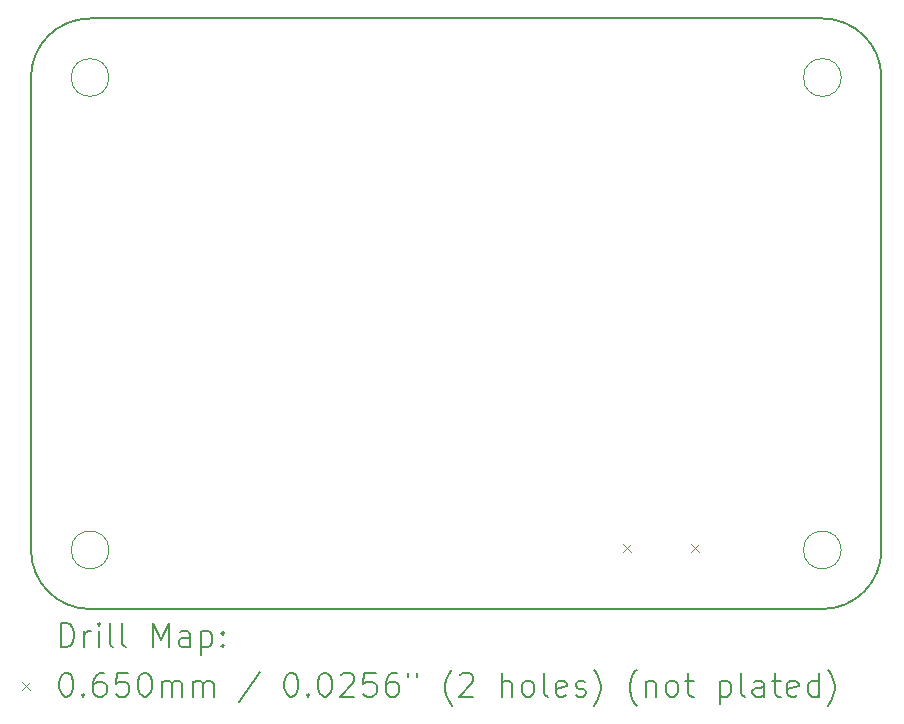
<source format=gbr>
%TF.GenerationSoftware,KiCad,Pcbnew,8.0.2*%
%TF.CreationDate,2024-05-03T17:37:03+02:00*%
%TF.ProjectId,WLED_Controller_PWM,574c4544-5f43-46f6-9e74-726f6c6c6572,rev?*%
%TF.SameCoordinates,Original*%
%TF.FileFunction,Drillmap*%
%TF.FilePolarity,Positive*%
%FSLAX45Y45*%
G04 Gerber Fmt 4.5, Leading zero omitted, Abs format (unit mm)*
G04 Created by KiCad (PCBNEW 8.0.2) date 2024-05-03 17:37:03*
%MOMM*%
%LPD*%
G01*
G04 APERTURE LIST*
%ADD10C,0.200000*%
%ADD11C,0.100000*%
G04 APERTURE END LIST*
D10*
X7200000Y500000D02*
X7200000Y4500000D01*
D11*
X6860000Y500000D02*
G75*
G02*
X6540000Y500000I-160000J0D01*
G01*
X6540000Y500000D02*
G75*
G02*
X6860000Y500000I160000J0D01*
G01*
X660000Y500000D02*
G75*
G02*
X340000Y500000I-160000J0D01*
G01*
X340000Y500000D02*
G75*
G02*
X660000Y500000I160000J0D01*
G01*
D10*
X6700000Y5000000D02*
X500000Y5000000D01*
D11*
X6860000Y4500000D02*
G75*
G02*
X6540000Y4500000I-160000J0D01*
G01*
X6540000Y4500000D02*
G75*
G02*
X6860000Y4500000I160000J0D01*
G01*
D10*
X7200000Y500000D02*
G75*
G02*
X6700000Y0I-500000J0D01*
G01*
X0Y4500000D02*
G75*
G02*
X500000Y5000000I500000J0D01*
G01*
X0Y4500000D02*
X0Y500000D01*
X500000Y0D02*
X6700000Y0D01*
X6700000Y5000000D02*
G75*
G02*
X7200000Y4500000I0J-500000D01*
G01*
D11*
X660000Y4500000D02*
G75*
G02*
X340000Y4500000I-160000J0D01*
G01*
X340000Y4500000D02*
G75*
G02*
X660000Y4500000I160000J0D01*
G01*
D10*
X500000Y0D02*
G75*
G02*
X0Y500000I0J500000D01*
G01*
D11*
X5012500Y547000D02*
X5077500Y482000D01*
X5077500Y547000D02*
X5012500Y482000D01*
X5590500Y547000D02*
X5655500Y482000D01*
X5655500Y547000D02*
X5590500Y482000D01*
D10*
X250777Y-321484D02*
X250777Y-121484D01*
X250777Y-121484D02*
X298396Y-121484D01*
X298396Y-121484D02*
X326967Y-131008D01*
X326967Y-131008D02*
X346015Y-150055D01*
X346015Y-150055D02*
X355539Y-169103D01*
X355539Y-169103D02*
X365062Y-207198D01*
X365062Y-207198D02*
X365062Y-235769D01*
X365062Y-235769D02*
X355539Y-273865D01*
X355539Y-273865D02*
X346015Y-292912D01*
X346015Y-292912D02*
X326967Y-311960D01*
X326967Y-311960D02*
X298396Y-321484D01*
X298396Y-321484D02*
X250777Y-321484D01*
X450777Y-321484D02*
X450777Y-188150D01*
X450777Y-226246D02*
X460301Y-207198D01*
X460301Y-207198D02*
X469824Y-197674D01*
X469824Y-197674D02*
X488872Y-188150D01*
X488872Y-188150D02*
X507920Y-188150D01*
X574586Y-321484D02*
X574586Y-188150D01*
X574586Y-121484D02*
X565063Y-131008D01*
X565063Y-131008D02*
X574586Y-140531D01*
X574586Y-140531D02*
X584110Y-131008D01*
X584110Y-131008D02*
X574586Y-121484D01*
X574586Y-121484D02*
X574586Y-140531D01*
X698396Y-321484D02*
X679348Y-311960D01*
X679348Y-311960D02*
X669824Y-292912D01*
X669824Y-292912D02*
X669824Y-121484D01*
X803158Y-321484D02*
X784110Y-311960D01*
X784110Y-311960D02*
X774586Y-292912D01*
X774586Y-292912D02*
X774586Y-121484D01*
X1031729Y-321484D02*
X1031729Y-121484D01*
X1031729Y-121484D02*
X1098396Y-264341D01*
X1098396Y-264341D02*
X1165063Y-121484D01*
X1165063Y-121484D02*
X1165063Y-321484D01*
X1346015Y-321484D02*
X1346015Y-216722D01*
X1346015Y-216722D02*
X1336491Y-197674D01*
X1336491Y-197674D02*
X1317444Y-188150D01*
X1317444Y-188150D02*
X1279348Y-188150D01*
X1279348Y-188150D02*
X1260301Y-197674D01*
X1346015Y-311960D02*
X1326967Y-321484D01*
X1326967Y-321484D02*
X1279348Y-321484D01*
X1279348Y-321484D02*
X1260301Y-311960D01*
X1260301Y-311960D02*
X1250777Y-292912D01*
X1250777Y-292912D02*
X1250777Y-273865D01*
X1250777Y-273865D02*
X1260301Y-254817D01*
X1260301Y-254817D02*
X1279348Y-245293D01*
X1279348Y-245293D02*
X1326967Y-245293D01*
X1326967Y-245293D02*
X1346015Y-235769D01*
X1441253Y-188150D02*
X1441253Y-388150D01*
X1441253Y-197674D02*
X1460301Y-188150D01*
X1460301Y-188150D02*
X1498396Y-188150D01*
X1498396Y-188150D02*
X1517443Y-197674D01*
X1517443Y-197674D02*
X1526967Y-207198D01*
X1526967Y-207198D02*
X1536491Y-226246D01*
X1536491Y-226246D02*
X1536491Y-283389D01*
X1536491Y-283389D02*
X1526967Y-302436D01*
X1526967Y-302436D02*
X1517443Y-311960D01*
X1517443Y-311960D02*
X1498396Y-321484D01*
X1498396Y-321484D02*
X1460301Y-321484D01*
X1460301Y-321484D02*
X1441253Y-311960D01*
X1622205Y-302436D02*
X1631729Y-311960D01*
X1631729Y-311960D02*
X1622205Y-321484D01*
X1622205Y-321484D02*
X1612682Y-311960D01*
X1612682Y-311960D02*
X1622205Y-302436D01*
X1622205Y-302436D02*
X1622205Y-321484D01*
X1622205Y-197674D02*
X1631729Y-207198D01*
X1631729Y-207198D02*
X1622205Y-216722D01*
X1622205Y-216722D02*
X1612682Y-207198D01*
X1612682Y-207198D02*
X1622205Y-197674D01*
X1622205Y-197674D02*
X1622205Y-216722D01*
D11*
X-75000Y-617500D02*
X-10000Y-682500D01*
X-10000Y-617500D02*
X-75000Y-682500D01*
D10*
X288872Y-541484D02*
X307920Y-541484D01*
X307920Y-541484D02*
X326967Y-551008D01*
X326967Y-551008D02*
X336491Y-560531D01*
X336491Y-560531D02*
X346015Y-579579D01*
X346015Y-579579D02*
X355539Y-617674D01*
X355539Y-617674D02*
X355539Y-665293D01*
X355539Y-665293D02*
X346015Y-703388D01*
X346015Y-703388D02*
X336491Y-722436D01*
X336491Y-722436D02*
X326967Y-731960D01*
X326967Y-731960D02*
X307920Y-741484D01*
X307920Y-741484D02*
X288872Y-741484D01*
X288872Y-741484D02*
X269824Y-731960D01*
X269824Y-731960D02*
X260301Y-722436D01*
X260301Y-722436D02*
X250777Y-703388D01*
X250777Y-703388D02*
X241253Y-665293D01*
X241253Y-665293D02*
X241253Y-617674D01*
X241253Y-617674D02*
X250777Y-579579D01*
X250777Y-579579D02*
X260301Y-560531D01*
X260301Y-560531D02*
X269824Y-551008D01*
X269824Y-551008D02*
X288872Y-541484D01*
X441253Y-722436D02*
X450777Y-731960D01*
X450777Y-731960D02*
X441253Y-741484D01*
X441253Y-741484D02*
X431729Y-731960D01*
X431729Y-731960D02*
X441253Y-722436D01*
X441253Y-722436D02*
X441253Y-741484D01*
X622205Y-541484D02*
X584110Y-541484D01*
X584110Y-541484D02*
X565063Y-551008D01*
X565063Y-551008D02*
X555539Y-560531D01*
X555539Y-560531D02*
X536491Y-589103D01*
X536491Y-589103D02*
X526967Y-627198D01*
X526967Y-627198D02*
X526967Y-703388D01*
X526967Y-703388D02*
X536491Y-722436D01*
X536491Y-722436D02*
X546015Y-731960D01*
X546015Y-731960D02*
X565063Y-741484D01*
X565063Y-741484D02*
X603158Y-741484D01*
X603158Y-741484D02*
X622205Y-731960D01*
X622205Y-731960D02*
X631729Y-722436D01*
X631729Y-722436D02*
X641253Y-703388D01*
X641253Y-703388D02*
X641253Y-655770D01*
X641253Y-655770D02*
X631729Y-636722D01*
X631729Y-636722D02*
X622205Y-627198D01*
X622205Y-627198D02*
X603158Y-617674D01*
X603158Y-617674D02*
X565063Y-617674D01*
X565063Y-617674D02*
X546015Y-627198D01*
X546015Y-627198D02*
X536491Y-636722D01*
X536491Y-636722D02*
X526967Y-655770D01*
X822205Y-541484D02*
X726967Y-541484D01*
X726967Y-541484D02*
X717443Y-636722D01*
X717443Y-636722D02*
X726967Y-627198D01*
X726967Y-627198D02*
X746015Y-617674D01*
X746015Y-617674D02*
X793634Y-617674D01*
X793634Y-617674D02*
X812682Y-627198D01*
X812682Y-627198D02*
X822205Y-636722D01*
X822205Y-636722D02*
X831729Y-655770D01*
X831729Y-655770D02*
X831729Y-703388D01*
X831729Y-703388D02*
X822205Y-722436D01*
X822205Y-722436D02*
X812682Y-731960D01*
X812682Y-731960D02*
X793634Y-741484D01*
X793634Y-741484D02*
X746015Y-741484D01*
X746015Y-741484D02*
X726967Y-731960D01*
X726967Y-731960D02*
X717443Y-722436D01*
X955539Y-541484D02*
X974586Y-541484D01*
X974586Y-541484D02*
X993634Y-551008D01*
X993634Y-551008D02*
X1003158Y-560531D01*
X1003158Y-560531D02*
X1012682Y-579579D01*
X1012682Y-579579D02*
X1022205Y-617674D01*
X1022205Y-617674D02*
X1022205Y-665293D01*
X1022205Y-665293D02*
X1012682Y-703388D01*
X1012682Y-703388D02*
X1003158Y-722436D01*
X1003158Y-722436D02*
X993634Y-731960D01*
X993634Y-731960D02*
X974586Y-741484D01*
X974586Y-741484D02*
X955539Y-741484D01*
X955539Y-741484D02*
X936491Y-731960D01*
X936491Y-731960D02*
X926967Y-722436D01*
X926967Y-722436D02*
X917443Y-703388D01*
X917443Y-703388D02*
X907920Y-665293D01*
X907920Y-665293D02*
X907920Y-617674D01*
X907920Y-617674D02*
X917443Y-579579D01*
X917443Y-579579D02*
X926967Y-560531D01*
X926967Y-560531D02*
X936491Y-551008D01*
X936491Y-551008D02*
X955539Y-541484D01*
X1107920Y-741484D02*
X1107920Y-608150D01*
X1107920Y-627198D02*
X1117444Y-617674D01*
X1117444Y-617674D02*
X1136491Y-608150D01*
X1136491Y-608150D02*
X1165063Y-608150D01*
X1165063Y-608150D02*
X1184110Y-617674D01*
X1184110Y-617674D02*
X1193634Y-636722D01*
X1193634Y-636722D02*
X1193634Y-741484D01*
X1193634Y-636722D02*
X1203158Y-617674D01*
X1203158Y-617674D02*
X1222205Y-608150D01*
X1222205Y-608150D02*
X1250777Y-608150D01*
X1250777Y-608150D02*
X1269825Y-617674D01*
X1269825Y-617674D02*
X1279348Y-636722D01*
X1279348Y-636722D02*
X1279348Y-741484D01*
X1374586Y-741484D02*
X1374586Y-608150D01*
X1374586Y-627198D02*
X1384110Y-617674D01*
X1384110Y-617674D02*
X1403158Y-608150D01*
X1403158Y-608150D02*
X1431729Y-608150D01*
X1431729Y-608150D02*
X1450777Y-617674D01*
X1450777Y-617674D02*
X1460301Y-636722D01*
X1460301Y-636722D02*
X1460301Y-741484D01*
X1460301Y-636722D02*
X1469824Y-617674D01*
X1469824Y-617674D02*
X1488872Y-608150D01*
X1488872Y-608150D02*
X1517443Y-608150D01*
X1517443Y-608150D02*
X1536491Y-617674D01*
X1536491Y-617674D02*
X1546015Y-636722D01*
X1546015Y-636722D02*
X1546015Y-741484D01*
X1936491Y-531960D02*
X1765063Y-789103D01*
X2193634Y-541484D02*
X2212682Y-541484D01*
X2212682Y-541484D02*
X2231729Y-551008D01*
X2231729Y-551008D02*
X2241253Y-560531D01*
X2241253Y-560531D02*
X2250777Y-579579D01*
X2250777Y-579579D02*
X2260301Y-617674D01*
X2260301Y-617674D02*
X2260301Y-665293D01*
X2260301Y-665293D02*
X2250777Y-703388D01*
X2250777Y-703388D02*
X2241253Y-722436D01*
X2241253Y-722436D02*
X2231729Y-731960D01*
X2231729Y-731960D02*
X2212682Y-741484D01*
X2212682Y-741484D02*
X2193634Y-741484D01*
X2193634Y-741484D02*
X2174587Y-731960D01*
X2174587Y-731960D02*
X2165063Y-722436D01*
X2165063Y-722436D02*
X2155539Y-703388D01*
X2155539Y-703388D02*
X2146015Y-665293D01*
X2146015Y-665293D02*
X2146015Y-617674D01*
X2146015Y-617674D02*
X2155539Y-579579D01*
X2155539Y-579579D02*
X2165063Y-560531D01*
X2165063Y-560531D02*
X2174587Y-551008D01*
X2174587Y-551008D02*
X2193634Y-541484D01*
X2346015Y-722436D02*
X2355539Y-731960D01*
X2355539Y-731960D02*
X2346015Y-741484D01*
X2346015Y-741484D02*
X2336491Y-731960D01*
X2336491Y-731960D02*
X2346015Y-722436D01*
X2346015Y-722436D02*
X2346015Y-741484D01*
X2479348Y-541484D02*
X2498396Y-541484D01*
X2498396Y-541484D02*
X2517444Y-551008D01*
X2517444Y-551008D02*
X2526968Y-560531D01*
X2526968Y-560531D02*
X2536491Y-579579D01*
X2536491Y-579579D02*
X2546015Y-617674D01*
X2546015Y-617674D02*
X2546015Y-665293D01*
X2546015Y-665293D02*
X2536491Y-703388D01*
X2536491Y-703388D02*
X2526968Y-722436D01*
X2526968Y-722436D02*
X2517444Y-731960D01*
X2517444Y-731960D02*
X2498396Y-741484D01*
X2498396Y-741484D02*
X2479348Y-741484D01*
X2479348Y-741484D02*
X2460301Y-731960D01*
X2460301Y-731960D02*
X2450777Y-722436D01*
X2450777Y-722436D02*
X2441253Y-703388D01*
X2441253Y-703388D02*
X2431729Y-665293D01*
X2431729Y-665293D02*
X2431729Y-617674D01*
X2431729Y-617674D02*
X2441253Y-579579D01*
X2441253Y-579579D02*
X2450777Y-560531D01*
X2450777Y-560531D02*
X2460301Y-551008D01*
X2460301Y-551008D02*
X2479348Y-541484D01*
X2622206Y-560531D02*
X2631729Y-551008D01*
X2631729Y-551008D02*
X2650777Y-541484D01*
X2650777Y-541484D02*
X2698396Y-541484D01*
X2698396Y-541484D02*
X2717444Y-551008D01*
X2717444Y-551008D02*
X2726968Y-560531D01*
X2726968Y-560531D02*
X2736491Y-579579D01*
X2736491Y-579579D02*
X2736491Y-598627D01*
X2736491Y-598627D02*
X2726968Y-627198D01*
X2726968Y-627198D02*
X2612682Y-741484D01*
X2612682Y-741484D02*
X2736491Y-741484D01*
X2917444Y-541484D02*
X2822206Y-541484D01*
X2822206Y-541484D02*
X2812682Y-636722D01*
X2812682Y-636722D02*
X2822206Y-627198D01*
X2822206Y-627198D02*
X2841253Y-617674D01*
X2841253Y-617674D02*
X2888872Y-617674D01*
X2888872Y-617674D02*
X2907920Y-627198D01*
X2907920Y-627198D02*
X2917444Y-636722D01*
X2917444Y-636722D02*
X2926967Y-655770D01*
X2926967Y-655770D02*
X2926967Y-703388D01*
X2926967Y-703388D02*
X2917444Y-722436D01*
X2917444Y-722436D02*
X2907920Y-731960D01*
X2907920Y-731960D02*
X2888872Y-741484D01*
X2888872Y-741484D02*
X2841253Y-741484D01*
X2841253Y-741484D02*
X2822206Y-731960D01*
X2822206Y-731960D02*
X2812682Y-722436D01*
X3098396Y-541484D02*
X3060301Y-541484D01*
X3060301Y-541484D02*
X3041253Y-551008D01*
X3041253Y-551008D02*
X3031729Y-560531D01*
X3031729Y-560531D02*
X3012682Y-589103D01*
X3012682Y-589103D02*
X3003158Y-627198D01*
X3003158Y-627198D02*
X3003158Y-703388D01*
X3003158Y-703388D02*
X3012682Y-722436D01*
X3012682Y-722436D02*
X3022206Y-731960D01*
X3022206Y-731960D02*
X3041253Y-741484D01*
X3041253Y-741484D02*
X3079348Y-741484D01*
X3079348Y-741484D02*
X3098396Y-731960D01*
X3098396Y-731960D02*
X3107920Y-722436D01*
X3107920Y-722436D02*
X3117444Y-703388D01*
X3117444Y-703388D02*
X3117444Y-655770D01*
X3117444Y-655770D02*
X3107920Y-636722D01*
X3107920Y-636722D02*
X3098396Y-627198D01*
X3098396Y-627198D02*
X3079348Y-617674D01*
X3079348Y-617674D02*
X3041253Y-617674D01*
X3041253Y-617674D02*
X3022206Y-627198D01*
X3022206Y-627198D02*
X3012682Y-636722D01*
X3012682Y-636722D02*
X3003158Y-655770D01*
X3193634Y-541484D02*
X3193634Y-579579D01*
X3269825Y-541484D02*
X3269825Y-579579D01*
X3565063Y-817674D02*
X3555539Y-808150D01*
X3555539Y-808150D02*
X3536491Y-779579D01*
X3536491Y-779579D02*
X3526968Y-760531D01*
X3526968Y-760531D02*
X3517444Y-731960D01*
X3517444Y-731960D02*
X3507920Y-684341D01*
X3507920Y-684341D02*
X3507920Y-646246D01*
X3507920Y-646246D02*
X3517444Y-598627D01*
X3517444Y-598627D02*
X3526968Y-570055D01*
X3526968Y-570055D02*
X3536491Y-551008D01*
X3536491Y-551008D02*
X3555539Y-522436D01*
X3555539Y-522436D02*
X3565063Y-512912D01*
X3631729Y-560531D02*
X3641253Y-551008D01*
X3641253Y-551008D02*
X3660301Y-541484D01*
X3660301Y-541484D02*
X3707920Y-541484D01*
X3707920Y-541484D02*
X3726968Y-551008D01*
X3726968Y-551008D02*
X3736491Y-560531D01*
X3736491Y-560531D02*
X3746015Y-579579D01*
X3746015Y-579579D02*
X3746015Y-598627D01*
X3746015Y-598627D02*
X3736491Y-627198D01*
X3736491Y-627198D02*
X3622206Y-741484D01*
X3622206Y-741484D02*
X3746015Y-741484D01*
X3984110Y-741484D02*
X3984110Y-541484D01*
X4069825Y-741484D02*
X4069825Y-636722D01*
X4069825Y-636722D02*
X4060301Y-617674D01*
X4060301Y-617674D02*
X4041253Y-608150D01*
X4041253Y-608150D02*
X4012682Y-608150D01*
X4012682Y-608150D02*
X3993634Y-617674D01*
X3993634Y-617674D02*
X3984110Y-627198D01*
X4193634Y-741484D02*
X4174587Y-731960D01*
X4174587Y-731960D02*
X4165063Y-722436D01*
X4165063Y-722436D02*
X4155539Y-703388D01*
X4155539Y-703388D02*
X4155539Y-646246D01*
X4155539Y-646246D02*
X4165063Y-627198D01*
X4165063Y-627198D02*
X4174587Y-617674D01*
X4174587Y-617674D02*
X4193634Y-608150D01*
X4193634Y-608150D02*
X4222206Y-608150D01*
X4222206Y-608150D02*
X4241253Y-617674D01*
X4241253Y-617674D02*
X4250777Y-627198D01*
X4250777Y-627198D02*
X4260301Y-646246D01*
X4260301Y-646246D02*
X4260301Y-703388D01*
X4260301Y-703388D02*
X4250777Y-722436D01*
X4250777Y-722436D02*
X4241253Y-731960D01*
X4241253Y-731960D02*
X4222206Y-741484D01*
X4222206Y-741484D02*
X4193634Y-741484D01*
X4374587Y-741484D02*
X4355539Y-731960D01*
X4355539Y-731960D02*
X4346015Y-712912D01*
X4346015Y-712912D02*
X4346015Y-541484D01*
X4526968Y-731960D02*
X4507920Y-741484D01*
X4507920Y-741484D02*
X4469825Y-741484D01*
X4469825Y-741484D02*
X4450777Y-731960D01*
X4450777Y-731960D02*
X4441253Y-712912D01*
X4441253Y-712912D02*
X4441253Y-636722D01*
X4441253Y-636722D02*
X4450777Y-617674D01*
X4450777Y-617674D02*
X4469825Y-608150D01*
X4469825Y-608150D02*
X4507920Y-608150D01*
X4507920Y-608150D02*
X4526968Y-617674D01*
X4526968Y-617674D02*
X4536492Y-636722D01*
X4536492Y-636722D02*
X4536492Y-655770D01*
X4536492Y-655770D02*
X4441253Y-674817D01*
X4612682Y-731960D02*
X4631730Y-741484D01*
X4631730Y-741484D02*
X4669825Y-741484D01*
X4669825Y-741484D02*
X4688873Y-731960D01*
X4688873Y-731960D02*
X4698396Y-712912D01*
X4698396Y-712912D02*
X4698396Y-703388D01*
X4698396Y-703388D02*
X4688873Y-684341D01*
X4688873Y-684341D02*
X4669825Y-674817D01*
X4669825Y-674817D02*
X4641253Y-674817D01*
X4641253Y-674817D02*
X4622206Y-665293D01*
X4622206Y-665293D02*
X4612682Y-646246D01*
X4612682Y-646246D02*
X4612682Y-636722D01*
X4612682Y-636722D02*
X4622206Y-617674D01*
X4622206Y-617674D02*
X4641253Y-608150D01*
X4641253Y-608150D02*
X4669825Y-608150D01*
X4669825Y-608150D02*
X4688873Y-617674D01*
X4765063Y-817674D02*
X4774587Y-808150D01*
X4774587Y-808150D02*
X4793634Y-779579D01*
X4793634Y-779579D02*
X4803158Y-760531D01*
X4803158Y-760531D02*
X4812682Y-731960D01*
X4812682Y-731960D02*
X4822206Y-684341D01*
X4822206Y-684341D02*
X4822206Y-646246D01*
X4822206Y-646246D02*
X4812682Y-598627D01*
X4812682Y-598627D02*
X4803158Y-570055D01*
X4803158Y-570055D02*
X4793634Y-551008D01*
X4793634Y-551008D02*
X4774587Y-522436D01*
X4774587Y-522436D02*
X4765063Y-512912D01*
X5126968Y-817674D02*
X5117444Y-808150D01*
X5117444Y-808150D02*
X5098396Y-779579D01*
X5098396Y-779579D02*
X5088873Y-760531D01*
X5088873Y-760531D02*
X5079349Y-731960D01*
X5079349Y-731960D02*
X5069825Y-684341D01*
X5069825Y-684341D02*
X5069825Y-646246D01*
X5069825Y-646246D02*
X5079349Y-598627D01*
X5079349Y-598627D02*
X5088873Y-570055D01*
X5088873Y-570055D02*
X5098396Y-551008D01*
X5098396Y-551008D02*
X5117444Y-522436D01*
X5117444Y-522436D02*
X5126968Y-512912D01*
X5203158Y-608150D02*
X5203158Y-741484D01*
X5203158Y-627198D02*
X5212682Y-617674D01*
X5212682Y-617674D02*
X5231730Y-608150D01*
X5231730Y-608150D02*
X5260301Y-608150D01*
X5260301Y-608150D02*
X5279349Y-617674D01*
X5279349Y-617674D02*
X5288873Y-636722D01*
X5288873Y-636722D02*
X5288873Y-741484D01*
X5412682Y-741484D02*
X5393634Y-731960D01*
X5393634Y-731960D02*
X5384111Y-722436D01*
X5384111Y-722436D02*
X5374587Y-703388D01*
X5374587Y-703388D02*
X5374587Y-646246D01*
X5374587Y-646246D02*
X5384111Y-627198D01*
X5384111Y-627198D02*
X5393634Y-617674D01*
X5393634Y-617674D02*
X5412682Y-608150D01*
X5412682Y-608150D02*
X5441254Y-608150D01*
X5441254Y-608150D02*
X5460301Y-617674D01*
X5460301Y-617674D02*
X5469825Y-627198D01*
X5469825Y-627198D02*
X5479349Y-646246D01*
X5479349Y-646246D02*
X5479349Y-703388D01*
X5479349Y-703388D02*
X5469825Y-722436D01*
X5469825Y-722436D02*
X5460301Y-731960D01*
X5460301Y-731960D02*
X5441254Y-741484D01*
X5441254Y-741484D02*
X5412682Y-741484D01*
X5536492Y-608150D02*
X5612682Y-608150D01*
X5565063Y-541484D02*
X5565063Y-712912D01*
X5565063Y-712912D02*
X5574587Y-731960D01*
X5574587Y-731960D02*
X5593634Y-741484D01*
X5593634Y-741484D02*
X5612682Y-741484D01*
X5831730Y-608150D02*
X5831730Y-808150D01*
X5831730Y-617674D02*
X5850777Y-608150D01*
X5850777Y-608150D02*
X5888873Y-608150D01*
X5888873Y-608150D02*
X5907920Y-617674D01*
X5907920Y-617674D02*
X5917444Y-627198D01*
X5917444Y-627198D02*
X5926968Y-646246D01*
X5926968Y-646246D02*
X5926968Y-703388D01*
X5926968Y-703388D02*
X5917444Y-722436D01*
X5917444Y-722436D02*
X5907920Y-731960D01*
X5907920Y-731960D02*
X5888873Y-741484D01*
X5888873Y-741484D02*
X5850777Y-741484D01*
X5850777Y-741484D02*
X5831730Y-731960D01*
X6041253Y-741484D02*
X6022206Y-731960D01*
X6022206Y-731960D02*
X6012682Y-712912D01*
X6012682Y-712912D02*
X6012682Y-541484D01*
X6203158Y-741484D02*
X6203158Y-636722D01*
X6203158Y-636722D02*
X6193634Y-617674D01*
X6193634Y-617674D02*
X6174587Y-608150D01*
X6174587Y-608150D02*
X6136492Y-608150D01*
X6136492Y-608150D02*
X6117444Y-617674D01*
X6203158Y-731960D02*
X6184111Y-741484D01*
X6184111Y-741484D02*
X6136492Y-741484D01*
X6136492Y-741484D02*
X6117444Y-731960D01*
X6117444Y-731960D02*
X6107920Y-712912D01*
X6107920Y-712912D02*
X6107920Y-693865D01*
X6107920Y-693865D02*
X6117444Y-674817D01*
X6117444Y-674817D02*
X6136492Y-665293D01*
X6136492Y-665293D02*
X6184111Y-665293D01*
X6184111Y-665293D02*
X6203158Y-655770D01*
X6269825Y-608150D02*
X6346015Y-608150D01*
X6298396Y-541484D02*
X6298396Y-712912D01*
X6298396Y-712912D02*
X6307920Y-731960D01*
X6307920Y-731960D02*
X6326968Y-741484D01*
X6326968Y-741484D02*
X6346015Y-741484D01*
X6488873Y-731960D02*
X6469825Y-741484D01*
X6469825Y-741484D02*
X6431730Y-741484D01*
X6431730Y-741484D02*
X6412682Y-731960D01*
X6412682Y-731960D02*
X6403158Y-712912D01*
X6403158Y-712912D02*
X6403158Y-636722D01*
X6403158Y-636722D02*
X6412682Y-617674D01*
X6412682Y-617674D02*
X6431730Y-608150D01*
X6431730Y-608150D02*
X6469825Y-608150D01*
X6469825Y-608150D02*
X6488873Y-617674D01*
X6488873Y-617674D02*
X6498396Y-636722D01*
X6498396Y-636722D02*
X6498396Y-655770D01*
X6498396Y-655770D02*
X6403158Y-674817D01*
X6669825Y-741484D02*
X6669825Y-541484D01*
X6669825Y-731960D02*
X6650777Y-741484D01*
X6650777Y-741484D02*
X6612682Y-741484D01*
X6612682Y-741484D02*
X6593634Y-731960D01*
X6593634Y-731960D02*
X6584111Y-722436D01*
X6584111Y-722436D02*
X6574587Y-703388D01*
X6574587Y-703388D02*
X6574587Y-646246D01*
X6574587Y-646246D02*
X6584111Y-627198D01*
X6584111Y-627198D02*
X6593634Y-617674D01*
X6593634Y-617674D02*
X6612682Y-608150D01*
X6612682Y-608150D02*
X6650777Y-608150D01*
X6650777Y-608150D02*
X6669825Y-617674D01*
X6746015Y-817674D02*
X6755539Y-808150D01*
X6755539Y-808150D02*
X6774587Y-779579D01*
X6774587Y-779579D02*
X6784111Y-760531D01*
X6784111Y-760531D02*
X6793634Y-731960D01*
X6793634Y-731960D02*
X6803158Y-684341D01*
X6803158Y-684341D02*
X6803158Y-646246D01*
X6803158Y-646246D02*
X6793634Y-598627D01*
X6793634Y-598627D02*
X6784111Y-570055D01*
X6784111Y-570055D02*
X6774587Y-551008D01*
X6774587Y-551008D02*
X6755539Y-522436D01*
X6755539Y-522436D02*
X6746015Y-512912D01*
M02*

</source>
